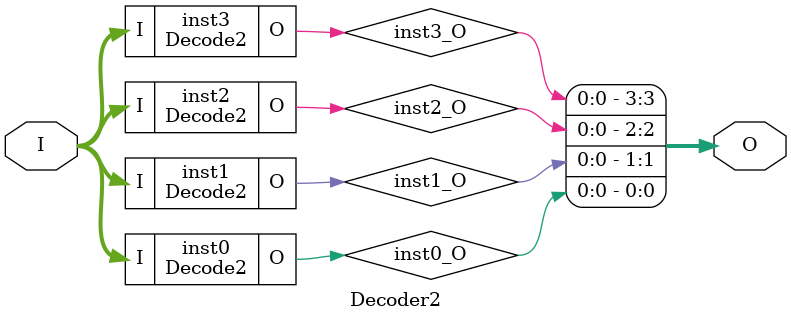
<source format=v>
module Decode2 (input [1:0] I, output  O);
wire  inst0_O;
LUT2 #(.INIT(4'h1)) inst0 (.I0(I[0]), .I1(I[1]), .O(inst0_O));
assign O = inst0_O;
endmodule

module Decoder2 (input [1:0] I, output [3:0] O);
wire  inst0_O;
wire  inst1_O;
wire  inst2_O;
wire  inst3_O;
Decode2 inst0 (.I(I), .O(inst0_O));
Decode2 inst1 (.I(I), .O(inst1_O));
Decode2 inst2 (.I(I), .O(inst2_O));
Decode2 inst3 (.I(I), .O(inst3_O));
assign O = {inst3_O,inst2_O,inst1_O,inst0_O};
endmodule


</source>
